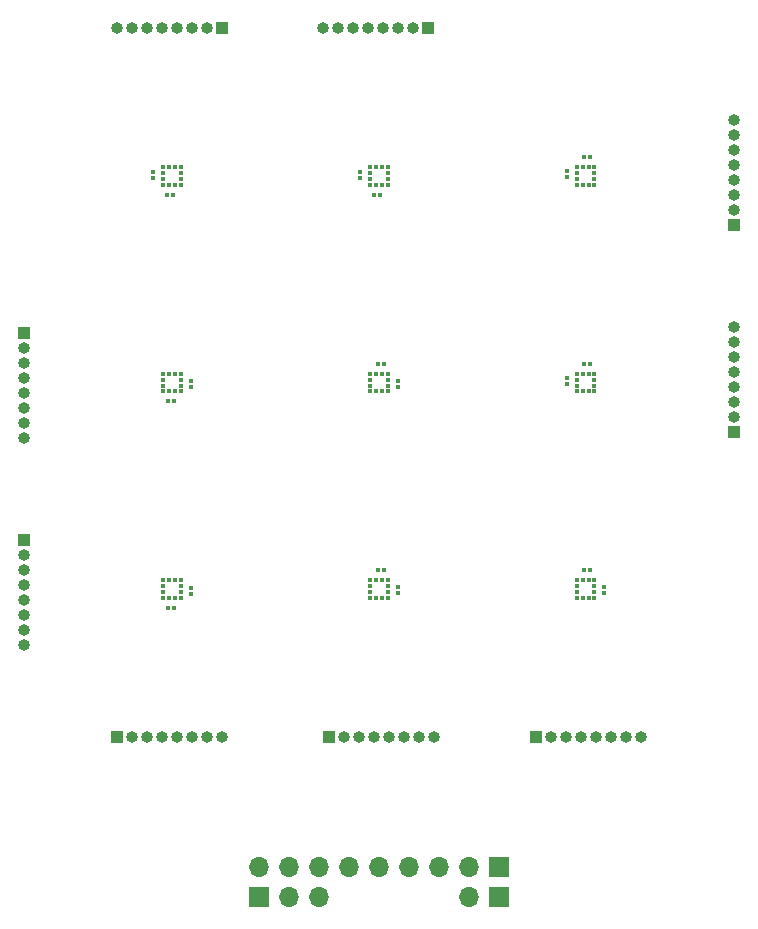
<source format=gbr>
%TF.GenerationSoftware,KiCad,Pcbnew,7.0.2-6a45011f42~172~ubuntu22.04.1*%
%TF.CreationDate,2023-05-18T14:46:19+01:00*%
%TF.ProjectId,KX134_array,4b583133-345f-4617-9272-61792e6b6963,rev?*%
%TF.SameCoordinates,Original*%
%TF.FileFunction,Soldermask,Top*%
%TF.FilePolarity,Negative*%
%FSLAX46Y46*%
G04 Gerber Fmt 4.6, Leading zero omitted, Abs format (unit mm)*
G04 Created by KiCad (PCBNEW 7.0.2-6a45011f42~172~ubuntu22.04.1) date 2023-05-18 14:46:19*
%MOMM*%
%LPD*%
G01*
G04 APERTURE LIST*
G04 Aperture macros list*
%AMRoundRect*
0 Rectangle with rounded corners*
0 $1 Rounding radius*
0 $2 $3 $4 $5 $6 $7 $8 $9 X,Y pos of 4 corners*
0 Add a 4 corners polygon primitive as box body*
4,1,4,$2,$3,$4,$5,$6,$7,$8,$9,$2,$3,0*
0 Add four circle primitives for the rounded corners*
1,1,$1+$1,$2,$3*
1,1,$1+$1,$4,$5*
1,1,$1+$1,$6,$7*
1,1,$1+$1,$8,$9*
0 Add four rect primitives between the rounded corners*
20,1,$1+$1,$2,$3,$4,$5,0*
20,1,$1+$1,$4,$5,$6,$7,0*
20,1,$1+$1,$6,$7,$8,$9,0*
20,1,$1+$1,$8,$9,$2,$3,0*%
G04 Aperture macros list end*
%ADD10R,1.000000X1.000000*%
%ADD11O,1.000000X1.000000*%
%ADD12RoundRect,0.075000X0.075000X-0.125000X0.075000X0.125000X-0.075000X0.125000X-0.075000X-0.125000X0*%
%ADD13RoundRect,0.075000X-0.075000X0.125000X-0.075000X-0.125000X0.075000X-0.125000X0.075000X0.125000X0*%
%ADD14R,1.700000X1.700000*%
%ADD15O,1.700000X1.700000*%
%ADD16RoundRect,0.075000X0.125000X0.075000X-0.125000X0.075000X-0.125000X-0.075000X0.125000X-0.075000X0*%
%ADD17RoundRect,0.075000X-0.125000X-0.075000X0.125000X-0.075000X0.125000X0.075000X-0.125000X0.075000X0*%
%ADD18R,0.330200X0.304800*%
%ADD19R,0.304800X0.330200*%
G04 APERTURE END LIST*
D10*
%TO.C,J7*%
X163300000Y-112550000D03*
D11*
X164570000Y-112550000D03*
X165840000Y-112550000D03*
X167110000Y-112550000D03*
X168380000Y-112550000D03*
X169650000Y-112550000D03*
X170920000Y-112550000D03*
X172190000Y-112550000D03*
%TD*%
D10*
%TO.C,J1*%
X154200000Y-52450000D03*
D11*
X152930000Y-52450000D03*
X151660000Y-52450000D03*
X150390000Y-52450000D03*
X149120000Y-52450000D03*
X147850000Y-52450000D03*
X146580000Y-52450000D03*
X145310000Y-52450000D03*
%TD*%
D10*
%TO.C,J2*%
X171700000Y-52450000D03*
D11*
X170430000Y-52450000D03*
X169160000Y-52450000D03*
X167890000Y-52450000D03*
X166620000Y-52450000D03*
X165350000Y-52450000D03*
X164080000Y-52450000D03*
X162810000Y-52450000D03*
%TD*%
D10*
%TO.C,J8*%
X180800000Y-112550000D03*
D11*
X182070000Y-112550000D03*
X183340000Y-112550000D03*
X184610000Y-112550000D03*
X185880000Y-112550000D03*
X187150000Y-112550000D03*
X188420000Y-112550000D03*
X189690000Y-112550000D03*
%TD*%
D10*
%TO.C,J3*%
X197550000Y-69199999D03*
D11*
X197550000Y-67929999D03*
X197550000Y-66659999D03*
X197550000Y-65389999D03*
X197550000Y-64119999D03*
X197550000Y-62849999D03*
X197550000Y-61579999D03*
X197550000Y-60309999D03*
%TD*%
D10*
%TO.C,J9*%
X137450000Y-95800000D03*
D11*
X137450000Y-97070000D03*
X137450000Y-98340000D03*
X137450000Y-99610000D03*
X137450000Y-100880000D03*
X137450000Y-102150000D03*
X137450000Y-103420000D03*
X137450000Y-104690000D03*
%TD*%
D10*
%TO.C,J4*%
X197550000Y-86699999D03*
D11*
X197550000Y-85429999D03*
X197550000Y-84159999D03*
X197550000Y-82889999D03*
X197550000Y-81619999D03*
X197550000Y-80349999D03*
X197550000Y-79079999D03*
X197550000Y-77809999D03*
%TD*%
D10*
%TO.C,J5*%
X145300000Y-112550000D03*
D11*
X146570000Y-112550000D03*
X147840000Y-112550000D03*
X149110000Y-112550000D03*
X150380000Y-112550000D03*
X151650000Y-112550000D03*
X152920000Y-112550000D03*
X154190000Y-112550000D03*
%TD*%
D10*
%TO.C,J6*%
X137450000Y-78300000D03*
D11*
X137450000Y-79570000D03*
X137450000Y-80840000D03*
X137450000Y-82110000D03*
X137450000Y-83380000D03*
X137450000Y-84650000D03*
X137450000Y-85920000D03*
X137450000Y-87190000D03*
%TD*%
D12*
%TO.C,C10*%
X169100000Y-82850000D03*
X169100000Y-82350000D03*
%TD*%
D13*
%TO.C,C2*%
X148400000Y-64650000D03*
X148400000Y-65150000D03*
%TD*%
D14*
%TO.C,J10*%
X177660000Y-123500000D03*
D15*
X175120000Y-123500000D03*
X172580000Y-123500000D03*
X170040000Y-123500000D03*
X167500000Y-123500000D03*
X164960000Y-123500000D03*
X162420000Y-123500000D03*
X159880000Y-123500000D03*
X157340000Y-123500000D03*
%TD*%
D16*
%TO.C,C9*%
X167900000Y-80900000D03*
X167400000Y-80900000D03*
%TD*%
D13*
%TO.C,C7*%
X183400000Y-82100001D03*
X183400000Y-82600001D03*
%TD*%
D16*
%TO.C,C15*%
X185400000Y-98400000D03*
X184900000Y-98400000D03*
%TD*%
D12*
%TO.C,C17*%
X151600000Y-100400000D03*
X151600000Y-99900000D03*
%TD*%
D17*
%TO.C,C12*%
X149650000Y-84100000D03*
X150150000Y-84100000D03*
%TD*%
D16*
%TO.C,C8*%
X185349999Y-80900000D03*
X184849999Y-80900000D03*
%TD*%
D18*
%TO.C,U5*%
X168249300Y-83250001D03*
X168249300Y-82750000D03*
X168249300Y-82250000D03*
X168249300Y-81749999D03*
D19*
X167750000Y-81750700D03*
X167250000Y-81750700D03*
D18*
X166750700Y-81749999D03*
X166750700Y-82250000D03*
X166750700Y-82750000D03*
X166750700Y-83250001D03*
D19*
X167250000Y-83249300D03*
X167750000Y-83249300D03*
%TD*%
%TO.C,U3*%
X185750001Y-64250700D03*
X185250000Y-64250700D03*
X184750000Y-64250700D03*
X184249999Y-64250700D03*
D18*
X184250700Y-64750000D03*
X184250700Y-65250000D03*
D19*
X184249999Y-65749300D03*
X184750000Y-65749300D03*
X185250000Y-65749300D03*
X185750001Y-65749300D03*
D18*
X185749300Y-65250000D03*
X185749300Y-64750000D03*
%TD*%
D19*
%TO.C,U9*%
X149249999Y-100749300D03*
X149750000Y-100749300D03*
X150250000Y-100749300D03*
X150750001Y-100749300D03*
D18*
X150749300Y-100250000D03*
X150749300Y-99750000D03*
D19*
X150750001Y-99250700D03*
X150250000Y-99250700D03*
X149750000Y-99250700D03*
X149249999Y-99250700D03*
D18*
X149250700Y-99750000D03*
X149250700Y-100250000D03*
%TD*%
%TO.C,U1*%
X149250700Y-64249999D03*
X149250700Y-64750000D03*
X149250700Y-65250000D03*
X149250700Y-65750001D03*
D19*
X149750000Y-65749300D03*
X150250000Y-65749300D03*
D18*
X150749300Y-65750001D03*
X150749300Y-65250000D03*
X150749300Y-64750000D03*
X150749300Y-64249999D03*
D19*
X150250000Y-64250700D03*
X149750000Y-64250700D03*
%TD*%
D18*
%TO.C,U8*%
X185749300Y-100750001D03*
X185749300Y-100250000D03*
X185749300Y-99750000D03*
X185749300Y-99249999D03*
D19*
X185250000Y-99250700D03*
X184750000Y-99250700D03*
D18*
X184250700Y-99249999D03*
X184250700Y-99750000D03*
X184250700Y-100250000D03*
X184250700Y-100750001D03*
D19*
X184750000Y-100749300D03*
X185250000Y-100749300D03*
%TD*%
D17*
%TO.C,C1*%
X149600000Y-66600000D03*
X150100000Y-66600000D03*
%TD*%
D19*
%TO.C,U6*%
X149249999Y-83249300D03*
X149750000Y-83249300D03*
X150250000Y-83249300D03*
X150750001Y-83249300D03*
D18*
X150749300Y-82750000D03*
X150749300Y-82250000D03*
D19*
X150750001Y-81750700D03*
X150250000Y-81750700D03*
X149750000Y-81750700D03*
X149249999Y-81750700D03*
D18*
X149250700Y-82250000D03*
X149250700Y-82750000D03*
%TD*%
D12*
%TO.C,C14*%
X169100000Y-100350000D03*
X169100000Y-99850000D03*
%TD*%
%TO.C,C11*%
X151600000Y-82900000D03*
X151600000Y-82400000D03*
%TD*%
D14*
%TO.C,J12*%
X177660000Y-126040000D03*
D15*
X175120000Y-126040000D03*
%TD*%
D12*
%TO.C,C16*%
X186600000Y-100350000D03*
X186600000Y-99850000D03*
%TD*%
D13*
%TO.C,C5*%
X183400000Y-64600001D03*
X183400000Y-65100001D03*
%TD*%
%TO.C,C4*%
X165900000Y-64650000D03*
X165900000Y-65150000D03*
%TD*%
D18*
%TO.C,U2*%
X166750700Y-64249999D03*
X166750700Y-64750000D03*
X166750700Y-65250000D03*
X166750700Y-65750001D03*
D19*
X167250000Y-65749300D03*
X167750000Y-65749300D03*
D18*
X168249300Y-65750001D03*
X168249300Y-65250000D03*
X168249300Y-64750000D03*
X168249300Y-64249999D03*
D19*
X167750000Y-64250700D03*
X167250000Y-64250700D03*
%TD*%
D14*
%TO.C,J11*%
X157340000Y-126040000D03*
D15*
X159880000Y-126040000D03*
X162420000Y-126040000D03*
%TD*%
D16*
%TO.C,C6*%
X185349999Y-63400000D03*
X184849999Y-63400000D03*
%TD*%
D19*
%TO.C,U4*%
X185750001Y-81750700D03*
X185250000Y-81750700D03*
X184750000Y-81750700D03*
X184249999Y-81750700D03*
D18*
X184250700Y-82250000D03*
X184250700Y-82750000D03*
D19*
X184249999Y-83249300D03*
X184750000Y-83249300D03*
X185250000Y-83249300D03*
X185750001Y-83249300D03*
D18*
X185749300Y-82750000D03*
X185749300Y-82250000D03*
%TD*%
%TO.C,U7*%
X168249300Y-100750001D03*
X168249300Y-100250000D03*
X168249300Y-99750000D03*
X168249300Y-99249999D03*
D19*
X167750000Y-99250700D03*
X167250000Y-99250700D03*
D18*
X166750700Y-99249999D03*
X166750700Y-99750000D03*
X166750700Y-100250000D03*
X166750700Y-100750001D03*
D19*
X167250000Y-100749300D03*
X167750000Y-100749300D03*
%TD*%
D17*
%TO.C,C18*%
X149650000Y-101600000D03*
X150150000Y-101600000D03*
%TD*%
%TO.C,C3*%
X167100000Y-66600000D03*
X167600000Y-66600000D03*
%TD*%
D16*
%TO.C,C13*%
X167900000Y-98400000D03*
X167400000Y-98400000D03*
%TD*%
M02*

</source>
